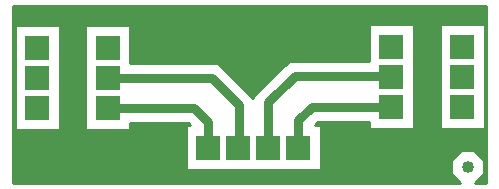
<source format=gbr>
G04 PROTEUS GERBER X2 FILE*
%TF.GenerationSoftware,Labcenter,Proteus,8.5-SP0-Build22067*%
%TF.CreationDate,2019-08-06T16:15:48+00:00*%
%TF.FileFunction,Copper,L16,Bot*%
%TF.FilePolarity,Positive*%
%TF.Part,Single*%
%FSLAX45Y45*%
%MOMM*%
G01*
%TA.AperFunction,Conductor*%
%ADD10C,0.762000*%
%ADD11C,0.254000*%
%TA.AperFunction,ComponentPad*%
%ADD12R,2.032000X2.032000*%
%ADD13C,1.016000*%
G36*
X+3200000Y+500000D02*
X+3105964Y+500000D01*
X+3185399Y+579435D01*
X+3185399Y+695165D01*
X+3103565Y+776999D01*
X+2987835Y+776999D01*
X+2906001Y+695165D01*
X+2906001Y+579435D01*
X+2985436Y+500000D01*
X-800000Y+500000D01*
X-800000Y+2000000D01*
X+3200000Y+2000000D01*
X+3200000Y+500000D01*
G37*
%LPC*%
G36*
X-409501Y+1455501D02*
X-409501Y+947501D01*
X-790499Y+947501D01*
X-790499Y+1836499D01*
X-409501Y+1836499D01*
X-409501Y+1455501D01*
G37*
G36*
X+2590499Y+1463501D02*
X+2590499Y+955501D01*
X+2209501Y+955501D01*
X+2209501Y+1016001D01*
X+1779805Y+1016001D01*
X+1754503Y+990699D01*
X+1804299Y+990699D01*
X+1804299Y+609701D01*
X+1108450Y+609701D01*
X+1102762Y+605879D01*
X+1098940Y+609701D01*
X+661301Y+609701D01*
X+661301Y+990699D01*
X+698272Y+990699D01*
X+677204Y+1011767D01*
X+190499Y+1011767D01*
X+190499Y+947501D01*
X-190499Y+947501D01*
X-190499Y+1836499D01*
X+190499Y+1836499D01*
X+190499Y+1518999D01*
X+933903Y+1518999D01*
X+1232801Y+1220101D01*
X+1232801Y+1234603D01*
X+1534897Y+1536699D01*
X+2209501Y+1536699D01*
X+2209501Y+1844499D01*
X+2590499Y+1844499D01*
X+2590499Y+1463501D01*
G37*
G36*
X+3190499Y+1463501D02*
X+3190499Y+955501D01*
X+2809501Y+955501D01*
X+2809501Y+1844499D01*
X+3190499Y+1844499D01*
X+3190499Y+1463501D01*
G37*
%LPD*%
D10*
X+1613800Y+800200D02*
X+1613800Y+1029600D01*
X+1727200Y+1143000D01*
X+2298400Y+1143000D01*
X+2400000Y+1146000D01*
X+1359800Y+800200D02*
X+1359800Y+1182000D01*
X+1587500Y+1409700D01*
X+2390300Y+1409700D01*
X+2400000Y+1400000D01*
X+851800Y+800200D02*
X+851800Y+1016773D01*
X+729807Y+1138766D01*
X+766Y+1138766D01*
X+0Y+1138000D01*
X+0Y+1392000D02*
X+881300Y+1392000D01*
X+1113761Y+1159539D01*
X+1113761Y+774502D01*
X+1118683Y+769580D01*
X+1105800Y+800200D01*
D11*
X+3200000Y+500000D02*
X+3105964Y+500000D01*
X+3185399Y+579435D01*
X+3185399Y+695165D01*
X+3103565Y+776999D01*
X+2987835Y+776999D01*
X+2906001Y+695165D01*
X+2906001Y+579435D01*
X+2985436Y+500000D01*
X-800000Y+500000D01*
X-800000Y+2000000D01*
X+3200000Y+2000000D01*
X+3200000Y+500000D01*
X-409501Y+1455501D02*
X-409501Y+947501D01*
X-790499Y+947501D01*
X-790499Y+1836499D01*
X-409501Y+1836499D01*
X-409501Y+1455501D01*
X+2590499Y+1463501D02*
X+2590499Y+955501D01*
X+2209501Y+955501D01*
X+2209501Y+1016001D01*
X+1779805Y+1016001D01*
X+1754503Y+990699D01*
X+1804299Y+990699D01*
X+1804299Y+609701D01*
X+1108450Y+609701D01*
X+1102762Y+605879D01*
X+1098940Y+609701D01*
X+661301Y+609701D01*
X+661301Y+990699D01*
X+698272Y+990699D01*
X+677204Y+1011767D01*
X+190499Y+1011767D01*
X+190499Y+947501D01*
X-190499Y+947501D01*
X-190499Y+1836499D01*
X+190499Y+1836499D01*
X+190499Y+1518999D01*
X+933903Y+1518999D01*
X+1232801Y+1220101D01*
X+1232801Y+1234603D01*
X+1534897Y+1536699D01*
X+2209501Y+1536699D01*
X+2209501Y+1844499D01*
X+2590499Y+1844499D01*
X+2590499Y+1463501D01*
X+3190499Y+1463501D02*
X+3190499Y+955501D01*
X+2809501Y+955501D01*
X+2809501Y+1844499D01*
X+3190499Y+1844499D01*
X+3190499Y+1463501D01*
D12*
X-600000Y+1138000D03*
X-600000Y+1392000D03*
X-600000Y+1646000D03*
X+0Y+1646000D03*
X+0Y+1392000D03*
X+0Y+1138000D03*
X+2400000Y+1146000D03*
X+2400000Y+1400000D03*
X+2400000Y+1654000D03*
X+3000000Y+1654000D03*
X+3000000Y+1400000D03*
X+3000000Y+1146000D03*
X+851800Y+800200D03*
X+1105800Y+800200D03*
X+1359800Y+800200D03*
X+1613800Y+800200D03*
D13*
X+3045700Y+637300D03*
M02*

</source>
